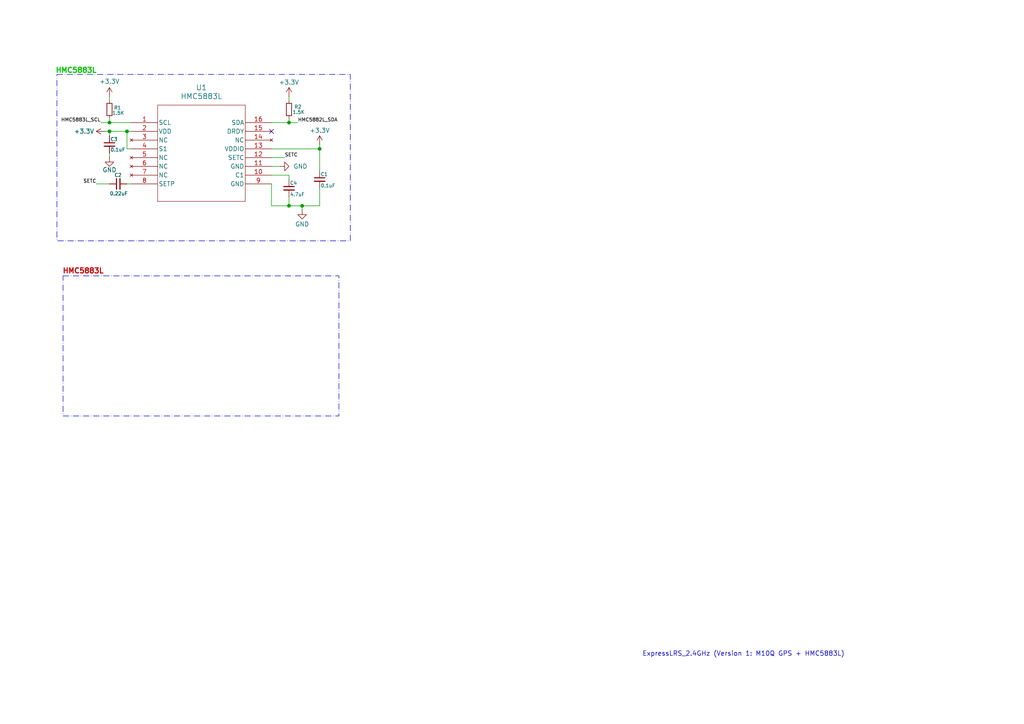
<source format=kicad_sch>
(kicad_sch (version 20231120) (generator "eeschema") (generator_version "8.0")
  (paper "A4")
  (lib_symbols
    (symbol "Device:C_Small" (pin_numbers hide) (pin_names (offset 0.254) hide)
      (property "Reference" "C" (at 0.254 1.778 0))
      (property "Value" "C_Small" (at 0.254 -2.032 0))
      (symbol "C_Small_0_1"
        (polyline (pts (xy -1.524 -0.508) (xy 1.524 -0.508)) (stroke (width 0.3302)))
        (polyline (pts (xy -1.524 0.508) (xy 1.524 0.508)) (stroke (width 0.3048)))
      )
      (symbol "C_Small_1_1"
        (pin passive line (at 0 2.54 270) (length 2.032) (name "~") (number "1"))
        (pin passive line (at 0 -2.54 90) (length 2.032) (name "~") (number "2"))
      )
    )
    (symbol "Device:R_Small" (pin_numbers hide) (pin_names (offset 0.254) hide)
      (property "Reference" "R" (at 0.762 0.508 0))
      (property "Value" "R_Small" (at 0.762 -1.016 0))
      (symbol "R_Small_0_1"
        (rectangle (start -0.762 1.778) (end 0.762 -1.778) (stroke (width 0.2032)))
      )
      (symbol "R_Small_1_1"
        (pin passive line (at 0 2.54 270) (length 0.762) (name "~") (number "1"))
        (pin passive line (at 0 -2.54 90) (length 0.762) (name "~") (number "2"))
      )
    )
    (symbol "HMC5883L:HMC5883L" (pin_names (offset 0.254))
      (property "Reference" "U" (at 20.32 10.16 0))
      (property "Value" "HMC5883L" (at 20.32 7.62 0))
      (symbol "HMC5883L_0_1"
        (polyline (pts (xy 7.62 -22.86) (xy 33.02 -22.86)) (stroke (width 0.127)))
        (polyline (pts (xy 7.62 5.08) (xy 7.62 -22.86)) (stroke (width 0.127)))
        (polyline (pts (xy 33.02 -22.86) (xy 33.02 5.08)) (stroke (width 0.127)))
        (polyline (pts (xy 33.02 5.08) (xy 7.62 5.08)) (stroke (width 0.127)))
        (pin unspecified line (at 0 0 0) (length 7.62) (name "SCL") (number "1"))
        (pin unspecified line (at 40.64 -15.24 180) (length 7.62) (name "C1") (number "10"))
        (pin power_out line (at 40.64 -12.7 180) (length 7.62) (name "GND") (number "11"))
        (pin unspecified line (at 40.64 -10.16 180) (length 7.62) (name "SETC") (number "12"))
        (pin power_in line (at 40.64 -7.62 180) (length 7.62) (name "VDDIO") (number "13"))
        (pin no_connect line (at 40.64 -5.08 180) (length 7.62) (name "NC") (number "14"))
        (pin unspecified line (at 40.64 -2.54 180) (length 7.62) (name "DRDY") (number "15"))
        (pin unspecified line (at 40.64 0 180) (length 7.62) (name "SDA") (number "16"))
        (pin power_in line (at 0 -2.54 0) (length 7.62) (name "VDD") (number "2"))
        (pin no_connect line (at 0 -5.08 0) (length 7.62) (name "NC") (number "3"))
        (pin unspecified line (at 0 -7.62 0) (length 7.62) (name "S1") (number "4"))
        (pin no_connect line (at 0 -10.16 0) (length 7.62) (name "NC") (number "5"))
        (pin no_connect line (at 0 -12.7 0) (length 7.62) (name "NC") (number "6"))
        (pin no_connect line (at 0 -15.24 0) (length 7.62) (name "NC") (number "7"))
        (pin unspecified line (at 0 -17.78 0) (length 7.62) (name "SETP") (number "8"))
        (pin power_out line (at 40.64 -17.78 180) (length 7.62) (name "GND") (number "9"))
      )
    )
    (symbol "power:+3.3V" (power) (pin_numbers hide) (pin_names (offset 0) hide)
      (property "Value" "+3.3V" (at 0 3.556 0))
      (symbol "+3.3V_0_1"
        (polyline (pts (xy -0.762 1.27) (xy 0 2.54)))
        (polyline (pts (xy 0 0) (xy 0 2.54)))
        (polyline (pts (xy 0 2.54) (xy 0.762 1.27)))
      )
      (symbol "+3.3V_1_1"
        (pin power_in line (at 0 0 90) (length 0) (name "~") (number "1"))
      )
    )
    (symbol "power:GND" (power) (pin_numbers hide) (pin_names (offset 0) hide)
      (property "Value" "GND" (at 0 -3.81 0))
      (symbol "GND_0_1"
        (polyline (pts (xy 0 0) (xy 0 -1.27) (xy 1.27 -1.27) (xy 0 -2.54) (xy -1.27 -1.27) (xy 0 -1.27)))
      )
      (symbol "GND_1_1"
        (pin power_in line (at 0 0 270) (length 0) (name "~") (number "1"))
      )
    )
  )
  (junction (at 92.71 43.18))
  (junction (at 36.83 38.1))
  (junction (at 31.75 38.1))
  (junction (at 87.63 59.69))
  (junction (at 83.82 35.56))
  (junction (at 83.82 59.69))
  (junction (at 31.75 35.56))
  (no_connect (at 78.74 38.1))
  (wire (pts (xy 31.75 27.94) (xy 31.75 29.21)))
  (wire (pts (xy 31.75 35.56) (xy 31.75 34.29)))
  (wire (pts (xy 83.82 57.15) (xy 83.82 59.69)))
  (wire (pts (xy 78.74 53.34) (xy 78.74 59.69)))
  (wire (pts (xy 78.74 45.72) (xy 82.55 45.72)))
  (wire (pts (xy 36.83 38.1) (xy 38.1 38.1)))
  (wire (pts (xy 29.21 35.56) (xy 31.75 35.56)))
  (wire (pts (xy 78.74 59.69) (xy 83.82 59.69)))
  (wire (pts (xy 83.82 59.69) (xy 87.63 59.69)))
  (wire (pts (xy 36.83 53.34) (xy 38.1 53.34)))
  (wire (pts (xy 87.63 59.69) (xy 87.63 60.96)))
  (wire (pts (xy 31.75 38.1) (xy 30.48 38.1)))
  (wire (pts (xy 38.1 43.18) (xy 36.83 43.18)))
  (wire (pts (xy 38.1 35.56) (xy 31.75 35.56)))
  (wire (pts (xy 83.82 35.56) (xy 86.36 35.56)))
  (wire (pts (xy 78.74 50.8) (xy 83.82 50.8)))
  (wire (pts (xy 78.74 48.26) (xy 81.28 48.26)))
  (wire (pts (xy 83.82 35.56) (xy 83.82 34.29)))
  (wire (pts (xy 31.75 44.45) (xy 31.75 45.72)))
  (wire (pts (xy 83.82 50.8) (xy 83.82 52.07)))
  (wire (pts (xy 92.71 59.69) (xy 87.63 59.69)))
  (wire (pts (xy 31.75 39.37) (xy 31.75 38.1)))
  (wire (pts (xy 83.82 27.94) (xy 83.82 29.21)))
  (wire (pts (xy 27.94 53.34) (xy 31.75 53.34)))
  (wire (pts (xy 31.75 38.1) (xy 36.83 38.1)))
  (wire (pts (xy 78.74 35.56) (xy 83.82 35.56)))
  (wire (pts (xy 78.74 43.18) (xy 92.71 43.18)))
  (wire (pts (xy 92.71 54.61) (xy 92.71 59.69)))
  (wire (pts (xy 36.83 43.18) (xy 36.83 38.1)))
  (wire (pts (xy 92.71 43.18) (xy 92.71 49.53)))
  (wire (pts (xy 92.71 41.91) (xy 92.71 43.18)))
  (rectangle (start 16.51 21.59) (end 101.6 69.85) (stroke (width 0) (type dash_dot)))
  (rectangle (start 18.288 80.01) (end 98.298 120.65) (stroke (width 0) (type dash_dot)))
  (text "HMC5883L" (at 22.098 20.574 0) (effects (font (size 1.5 1.5) (thickness 0.3) (bold yes))))
  (text "HMC5883L" (at 24.13 78.74 0) (effects (font (size 1.5 1.5) (thickness 0.3) (bold yes))))
  (text "ExpressLRS_2.4GHz (Version 1: M10Q GPS + HMC5883L)" (at 215.646 189.738 0) (effects (font (size 1.35 1.35))))
  (label "HMC5882L_SDA" (at 86.36 35.56 0) (effects (font (size 1 1))))
  (label "HMC5883L_SCL" (at 29.21 35.56 180) (effects (font (size 1 1))))
  (label "SETC" (at 27.94 53.34 180) (effects (font (size 1 1))))
  (label "SETC" (at 82.55 45.72 0) (effects (font (size 1 1))))
  (symbol (lib_id "Device:C_Small") (at 83.82 54.61 0) (unit 1)
    (property "Reference" "C4" (at 84.074 53.086 0) (effects (font (size 1 1)) (justify left)))
    (property "Value" "4.7uF" (at 84.074 56.388 0) (effects (font (size 1 1)) (justify left)))
    (property "Footprint" "Capacitor_SMD:C_0805_2012Metric_Pad1.18x1.45mm_HandSolder" (effects (hide yes)))
    (property "Description" "Unpolarized capacitor, small symbol" (effects (hide yes)))
  )
  (symbol (lib_id "power:+3.3V") (at 30.48 38.1 90) (unit 1)
    (property "Reference" "#PWR06" (effects (hide yes)))
    (property "Value" "+3.3V" (at 24.384 38.1 90))
    (property "Description" "Power symbol creates a global label with name \"+3.3V\"" (effects (hide yes)))
  )
  (symbol (lib_id "power:GND") (at 31.75 45.72 0) (unit 1)
    (property "Reference" "#PWR05" (effects (hide yes)))
    (property "Value" "GND" (at 31.75 49.276 0))
    (property "Description" "Power symbol creates a global label with name \"GND\" , ground" (effects (hide yes)))
  )
  (symbol (lib_id "power:GND") (at 81.28 48.26 90) (unit 1)
    (property "Reference" "#PWR03" (effects (hide yes)))
    (property "Value" "GND" (at 85.09 48.2599 90) (effects (justify right)))
    (property "Description" "Power symbol creates a global label with name \"GND\" , ground" (effects (hide yes)))
  )
  (symbol (lib_id "power:+3.3V") (at 83.82 27.94 0) (unit 1)
    (property "Reference" "#PWR04" (effects (hide yes)))
    (property "Value" "+3.3V" (at 83.82 23.876 0))
    (property "Description" "Power symbol creates a global label with name \"+3.3V\"" (effects (hide yes)))
  )
  (symbol (lib_id "power:GND") (at 87.63 60.96 0) (unit 1)
    (property "Reference" "#PWR02" (effects (hide yes)))
    (property "Value" "GND" (at 87.63 65.024 0))
    (property "Description" "Power symbol creates a global label with name \"GND\" , ground" (effects (hide yes)))
  )
  (symbol (lib_id "Device:C_Small") (at 92.71 52.07 0) (unit 1)
    (property "Reference" "C1" (at 92.964 50.546 0) (effects (font (size 1 1)) (justify left)))
    (property "Value" "0.1uF" (at 92.964 53.848 0) (effects (font (size 1 1)) (justify left)))
    (property "Footprint" "Capacitor_SMD:C_0805_2012Metric_Pad1.18x1.45mm_HandSolder" (effects (hide yes)))
    (property "Description" "Unpolarized capacitor, small symbol" (effects (hide yes)))
  )
  (symbol (lib_id "power:+3.3V") (at 92.71 41.91 0) (unit 1)
    (property "Reference" "#PWR07" (effects (hide yes)))
    (property "Value" "+3.3V" (at 92.71 37.846 0))
    (property "Description" "Power symbol creates a global label with name \"+3.3V\"" (effects (hide yes)))
  )
  (symbol (lib_id "Device:R_Small") (at 31.75 31.75 0) (unit 1)
    (property "Reference" "R1" (at 33.02 31.242 0) (effects (font (size 1 1)) (justify left)))
    (property "Value" "1.5K" (at 32.512 32.766 0) (effects (font (size 1 1)) (justify left)))
    (property "Footprint" "Resistor_SMD:R_0805_2012Metric_Pad1.20x1.40mm_HandSolder" (effects (hide yes)))
    (property "Description" "Resistor, small symbol" (effects (hide yes)))
  )
  (symbol (lib_id "HMC5883L:HMC5883L") (at 38.1 35.56 0) (unit 1)
    (property "Reference" "U1" (at 58.42 25.4 0) (effects (font (size 1.524 1.524))))
    (property "Value" "HMC5883L" (at 58.42 27.94 0) (effects (font (size 1.524 1.524))))
    (property "Footprint" "HMC5883L:LPCC16_HNW" (effects (hide yes)))
    (property "Datasheet" "HMC5883L" (effects (hide yes)))
  )
  (symbol (lib_id "Device:C_Small") (at 31.75 41.91 0) (unit 1)
    (property "Reference" "C3" (at 32.004 40.386 0) (effects (font (size 1 1)) (justify left)))
    (property "Value" "0.1uF" (at 32.004 43.434 0) (effects (font (size 1 1)) (justify left)))
    (property "Footprint" "Capacitor_SMD:C_0805_2012Metric_Pad1.18x1.45mm_HandSolder" (effects (hide yes)))
    (property "Description" "Unpolarized capacitor, small symbol" (effects (hide yes)))
  )
  (symbol (lib_id "Device:R_Small") (at 83.82 31.75 0) (unit 1)
    (property "Reference" "R2" (at 85.344 30.988 0) (effects (font (size 1 1)) (justify left)))
    (property "Value" "1.5K" (at 84.836 32.512 0) (effects (font (size 1 1)) (justify left)))
    (property "Footprint" "Resistor_SMD:R_0805_2012Metric_Pad1.20x1.40mm_HandSolder" (effects (hide yes)))
    (property "Description" "Resistor, small symbol" (effects (hide yes)))
  )
  (symbol (lib_id "Device:C_Small") (at 34.29 53.34 90) (unit 1)
    (property "Reference" "C2" (at 35.306 50.8 90) (effects (font (size 1 1)) (justify left)))
    (property "Value" "0.22uF" (at 37.084 56.134 90) (effects (font (size 1 1)) (justify left)))
    (property "Footprint" "Capacitor_SMD:C_0805_2012Metric_Pad1.18x1.45mm_HandSolder" (effects (hide yes)))
    (property "Description" "Unpolarized capacitor, small symbol" (effects (hide yes)))
  )
  (symbol (lib_id "power:+3.3V") (at 31.75 27.94 0) (unit 1)
    (property "Reference" "#PWR01" (effects (hide yes)))
    (property "Value" "+3.3V" (at 31.75 23.622 0))
    (property "Description" "Power symbol creates a global label with name \"+3.3V\"" (effects (hide yes)))
  )
)
</source>
